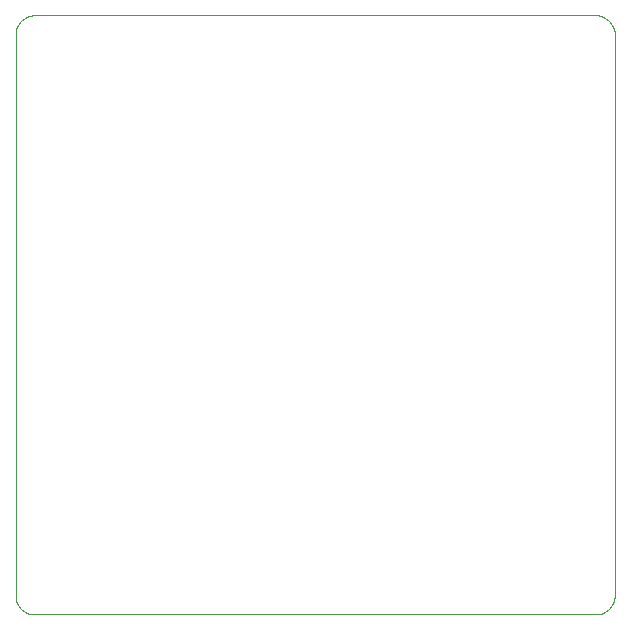
<source format=gbr>
G04 #@! TF.GenerationSoftware,KiCad,Pcbnew,5.1.5+dfsg1-2build2*
G04 #@! TF.CreationDate,2021-04-24T08:25:08-04:00*
G04 #@! TF.ProjectId,build_costs_card,6275696c-645f-4636-9f73-74735f636172,rev?*
G04 #@! TF.SameCoordinates,Original*
G04 #@! TF.FileFunction,Profile,NP*
%FSLAX46Y46*%
G04 Gerber Fmt 4.6, Leading zero omitted, Abs format (unit mm)*
G04 Created by KiCad (PCBNEW 5.1.5+dfsg1-2build2) date 2021-04-24 08:25:08*
%MOMM*%
%LPD*%
G04 APERTURE LIST*
%ADD10C,0.100000*%
G04 APERTURE END LIST*
D10*
X-23362600Y24960100D02*
X24162600Y24960100D01*
X24162600Y24960100D02*
X24326400Y24951900D01*
X24326400Y24951900D02*
X24485300Y24927700D01*
X24485300Y24927700D02*
X24638600Y24888500D01*
X24638600Y24888500D02*
X24785500Y24834900D01*
X24785500Y24834900D02*
X24925200Y24767800D01*
X24925200Y24767800D02*
X25056900Y24688000D01*
X25056900Y24688000D02*
X25179900Y24596200D01*
X25179900Y24596200D02*
X25293200Y24493200D01*
X25293200Y24493200D02*
X25396200Y24379900D01*
X25396200Y24379900D02*
X25487900Y24257000D01*
X25487900Y24257000D02*
X25567800Y24125300D01*
X25567800Y24125300D02*
X25634900Y23985600D01*
X25634900Y23985600D02*
X25688500Y23838700D01*
X25688500Y23838700D02*
X25727700Y23685300D01*
X25727700Y23685300D02*
X25751800Y23526400D01*
X25751800Y23526400D02*
X25760000Y23362600D01*
X25760000Y23362600D02*
X25760000Y-24162600D01*
X25760000Y-24162600D02*
X25751800Y-24326400D01*
X25751800Y-24326400D02*
X25727700Y-24485300D01*
X25727700Y-24485300D02*
X25688500Y-24638600D01*
X25688500Y-24638600D02*
X25634900Y-24785500D01*
X25634900Y-24785500D02*
X25567800Y-24925200D01*
X25567800Y-24925200D02*
X25487900Y-25056900D01*
X25487900Y-25056900D02*
X25396200Y-25179800D01*
X25396200Y-25179800D02*
X25293200Y-25293200D01*
X25293200Y-25293200D02*
X25179900Y-25396100D01*
X25179900Y-25396100D02*
X25056900Y-25487900D01*
X25056900Y-25487900D02*
X24925200Y-25567800D01*
X24925200Y-25567800D02*
X24785500Y-25634900D01*
X24785500Y-25634900D02*
X24638600Y-25688500D01*
X24638600Y-25688500D02*
X24485300Y-25727700D01*
X24485300Y-25727700D02*
X24326400Y-25751800D01*
X24326400Y-25751800D02*
X24162600Y-25760000D01*
X24162600Y-25760000D02*
X-23362600Y-25760000D01*
X-23362600Y-25760000D02*
X-23526400Y-25751800D01*
X-23526400Y-25751800D02*
X-23685300Y-25727700D01*
X-23685300Y-25727700D02*
X-23838600Y-25688500D01*
X-23838600Y-25688500D02*
X-23985500Y-25634900D01*
X-23985500Y-25634900D02*
X-24125200Y-25567800D01*
X-24125200Y-25567800D02*
X-24257000Y-25487900D01*
X-24257000Y-25487900D02*
X-24379900Y-25396100D01*
X-24379900Y-25396100D02*
X-24493200Y-25293200D01*
X-24493200Y-25293200D02*
X-24596200Y-25179800D01*
X-24596200Y-25179800D02*
X-24688000Y-25056900D01*
X-24688000Y-25056900D02*
X-24767800Y-24925200D01*
X-24767800Y-24925200D02*
X-24834900Y-24785500D01*
X-24834900Y-24785500D02*
X-24888500Y-24638600D01*
X-24888500Y-24638600D02*
X-24927700Y-24485300D01*
X-24927700Y-24485300D02*
X-24951800Y-24326400D01*
X-24951800Y-24326400D02*
X-24960000Y-24162600D01*
X-24960000Y-24162600D02*
X-24960000Y23362600D01*
X-24960000Y23362600D02*
X-24951800Y23526400D01*
X-24951800Y23526400D02*
X-24927700Y23685300D01*
X-24927700Y23685300D02*
X-24888500Y23838600D01*
X-24888500Y23838600D02*
X-24834900Y23985500D01*
X-24834900Y23985500D02*
X-24767800Y24125200D01*
X-24767800Y24125200D02*
X-24688000Y24257000D01*
X-24688000Y24257000D02*
X-24596200Y24379900D01*
X-24596200Y24379900D02*
X-24493200Y24493200D01*
X-24493200Y24493200D02*
X-24379900Y24596200D01*
X-24379900Y24596200D02*
X-24257000Y24688000D01*
X-24257000Y24688000D02*
X-24125200Y24767800D01*
X-24125200Y24767800D02*
X-23985500Y24834900D01*
X-23985500Y24834900D02*
X-23838600Y24888500D01*
X-23838600Y24888500D02*
X-23685300Y24927700D01*
X-23685300Y24927700D02*
X-23526400Y24951800D01*
X-23526400Y24951800D02*
X-23362600Y24960000D01*
X-23362600Y24960000D02*
X-23362600Y24960000D01*
X-23362600Y24960000D02*
X-23362600Y24960100D01*
M02*

</source>
